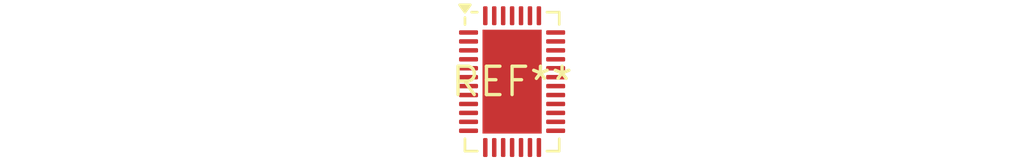
<source format=kicad_pcb>
(kicad_pcb (version 20240108) (generator pcbnew)
  (layers (0 "F.Cu" signal) (31 "B.Cu" signal) (34 "B.Paste" user) (35 "F.Paste" user) (36 "B.SilkS" user "B.Silkscreen") (37 "F.SilkS" user "F.Silkscreen") (38 "B.Mask" user) (39 "F.Mask" user) (44 "Edge.Cuts" user))
  (net 0 "")
  (footprint "QFN-38-1EP_4x6mm_P0.4mm_EP2.65x4.65mm" (layer "F.Cu") (at 0 0)
    (property "Reference" "REF**")
    (property "Value" "QFN-38-1EP_4x6mm_P0.4mm_EP2.65x4.65mm")
    (fp_line (start -2.11 -2.56) (end -2.11 -2.87) (layer "F.SilkS") (stroke (width 0.12)))
    (fp_line (start -2.11 3.11) (end -2.11 2.56) (layer "F.SilkS") (stroke (width 0.12)))
    (fp_line (start -1.56 -3.11) (end -1.81 -3.11) (layer "F.SilkS") (stroke (width 0.12)))
    (fp_line (start -1.56 3.11) (end -2.11 3.11) (layer "F.SilkS") (stroke (width 0.12)))
    (fp_line (start 1.56 -3.11) (end 2.11 -3.11) (layer "F.SilkS") (stroke (width 0.12)))
    (fp_line (start 1.56 3.11) (end 2.11 3.11) (layer "F.SilkS") (stroke (width 0.12)))
    (fp_line (start 2.11 -3.11) (end 2.11 -2.56) (layer "F.SilkS") (stroke (width 0.12)))
    (fp_line (start 2.11 3.11) (end 2.11 2.56) (layer "F.SilkS") (stroke (width 0.12)))
    (fp_poly (pts (xy -2.11 -3.11) (xy -2.35 -3.44) (xy -1.87 -3.44) (xy -2.11 -3.11)) (layer "F.SilkS") (stroke (width 0.12)) (fill solid))
    (pad "1" smd roundrect (at -1.95 -2.2) (size 0.85 0.2) (layers "F.Cu" "F.Paste" "F.Mask"))
    (pad "2" smd roundrect (at -1.95 -1.8) (size 0.85 0.2) (layers "F.Cu" "F.Paste" "F.Mask"))
    (pad "3" smd roundrect (at -1.95 -1.4) (size 0.85 0.2) (layers "F.Cu" "F.Paste" "F.Mask"))
    (pad "4" smd roundrect (at -1.95 -1) (size 0.85 0.2) (layers "F.Cu" "F.Paste" "F.Mask"))
    (pad "5" smd roundrect (at -1.95 -0.6) (size 0.85 0.2) (layers "F.Cu" "F.Paste" "F.Mask"))
    (pad "6" smd roundrect (at -1.95 -0.2) (size 0.85 0.2) (layers "F.Cu" "F.Paste" "F.Mask"))
    (pad "7" smd roundrect (at -1.95 0.2) (size 0.85 0.2) (layers "F.Cu" "F.Paste" "F.Mask"))
    (pad "8" smd roundrect (at -1.95 0.6) (size 0.85 0.2) (layers "F.Cu" "F.Paste" "F.Mask"))
    (pad "9" smd roundrect (at -1.95 1) (size 0.85 0.2) (layers "F.Cu" "F.Paste" "F.Mask"))
    (pad "10" smd roundrect (at -1.95 1.4) (size 0.85 0.2) (layers "F.Cu" "F.Paste" "F.Mask"))
    (pad "11" smd roundrect (at -1.95 1.8) (size 0.85 0.2) (layers "F.Cu" "F.Paste" "F.Mask"))
    (pad "12" smd roundrect (at -1.95 2.2) (size 0.85 0.2) (layers "F.Cu" "F.Paste" "F.Mask"))
    (pad "13" smd roundrect (at -1.2 2.95) (size 0.2 0.85) (layers "F.Cu" "F.Paste" "F.Mask"))
    (pad "14" smd roundrect (at -0.8 2.95) (size 0.2 0.85) (layers "F.Cu" "F.Paste" "F.Mask"))
    (pad "15" smd roundrect (at -0.4 2.95) (size 0.2 0.85) (layers "F.Cu" "F.Paste" "F.Mask"))
    (pad "16" smd roundrect (at 0 2.95) (size 0.2 0.85) (layers "F.Cu" "F.Paste" "F.Mask"))
    (pad "17" smd roundrect (at 0.4 2.95) (size 0.2 0.85) (layers "F.Cu" "F.Paste" "F.Mask"))
    (pad "18" smd roundrect (at 0.8 2.95) (size 0.2 0.85) (layers "F.Cu" "F.Paste" "F.Mask"))
    (pad "19" smd roundrect (at 1.2 2.95) (size 0.2 0.85) (layers "F.Cu" "F.Paste" "F.Mask"))
    (pad "20" smd roundrect (at 1.95 2.2) (size 0.85 0.2) (layers "F.Cu" "F.Paste" "F.Mask"))
    (pad "21" smd roundrect (at 1.95 1.8) (size 0.85 0.2) (layers "F.Cu" "F.Paste" "F.Mask"))
    (pad "22" smd roundrect (at 1.95 1.4) (size 0.85 0.2) (layers "F.Cu" "F.Paste" "F.Mask"))
    (pad "23" smd roundrect (at 1.95 1) (size 0.85 0.2) (layers "F.Cu" "F.Paste" "F.Mask"))
    (pad "24" smd roundrect (at 1.95 0.6) (size 0.85 0.2) (layers "F.Cu" "F.Paste" "F.Mask"))
    (pad "25" smd roundrect (at 1.95 0.2) (size 0.85 0.2) (layers "F.Cu" "F.Paste" "F.Mask"))
    (pad "26" smd roundrect (at 1.95 -0.2) (size 0.85 0.2) (layers "F.Cu" "F.Paste" "F.Mask"))
    (pad "27" smd roundrect (at 1.95 -0.6) (size 0.85 0.2) (layers "F.Cu" "F.Paste" "F.Mask"))
    (pad "28" smd roundrect (at 1.95 -1) (size 0.85 0.2) (layers "F.Cu" "F.Paste" "F.Mask"))
    (pad "29" smd roundrect (at 1.95 -1.4) (size 0.85 0.2) (layers "F.Cu" "F.Paste" "F.Mask"))
    (pad "30" smd roundrect (at 1.95 -1.8) (size 0.85 0.2) (layers "F.Cu" "F.Paste" "F.Mask"))
    (pad "31" smd roundrect (at 1.95 -2.2) (size 0.85 0.2) (layers "F.Cu" "F.Paste" "F.Mask"))
    (pad "32" smd roundrect (at 1.2 -2.95) (size 0.2 0.85) (layers "F.Cu" "F.Paste" "F.Mask"))
    (pad "33" smd roundrect (at 0.8 -2.95) (size 0.2 0.85) (layers "F.Cu" "F.Paste" "F.Mask"))
    (pad "34" smd roundrect (at 0.4 -2.95) (size 0.2 0.85) (layers "F.Cu" "F.Paste" "F.Mask"))
    (pad "35" smd roundrect (at 0 -2.95) (size 0.2 0.85) (layers "F.Cu" "F.Paste" "F.Mask"))
    (pad "36" smd roundrect (at -0.4 -2.95) (size 0.2 0.85) (layers "F.Cu" "F.Paste" "F.Mask"))
    (pad "37" smd roundrect (at -0.8 -2.95) (size 0.2 0.85) (layers "F.Cu" "F.Paste" "F.Mask"))
    (pad "38" smd roundrect (at -1.2 -2.95) (size 0.2 0.85) (layers "F.Cu" "F.Paste" "F.Mask"))
    (pad "39" smd rect (at 0 0) (size 2.65 4.65) (property pad_prop_heatsink) (layers "F.Cu" "F.Mask"))
  )
)
</source>
